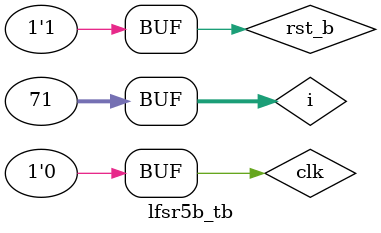
<source format=v>
`include "d_ff.v"

module lfsr5b(
  input clk, rst_b,
  output [4:0] q
);

d_ff D0(
  .clk(clk),
  .rst_b(1'b1),
  .set_b(rst_b),
  .d(q[4]),
  .q(q[0])
);

d_ff D1(
  .clk(clk),
  .rst_b(1'b1),
  .set_b(rst_b),
  .d(q[0]),
  .q(q[1])
);

d_ff D2(
  .clk(clk),
  .rst_b(1'b1),
  .set_b(rst_b),
  .d(q[4] ^ q[1]),
  .q(q[2])
);

d_ff D3(
  .clk(clk),
  .rst_b(1'b1),
  .set_b(rst_b),
  .d(q[2]),
  .q(q[3])
);

d_ff D4(
  .clk(clk),
  .rst_b(1'b1),
  .set_b(rst_b),
  .d(q[3]),
  .q(q[4])
);

endmodule

module lfsr5b_tb;
reg clk, rst_b;
wire [4:0] q;

lfsr5b cut(
  .clk(clk),
  .rst_b(rst_b),
  .q(q)
);

initial begin
  clk = 0;
  rst_b = 0;
end

integer i;
initial begin
  for(i = 1; i <= 70; i = i + 1) begin
    #50; clk = ~clk;
  end
end

initial begin
  #25; rst_b = 1;
end

initial begin
      $monitor("Timp: %0t | q = %b", $time, q);
  end
endmodule

</source>
